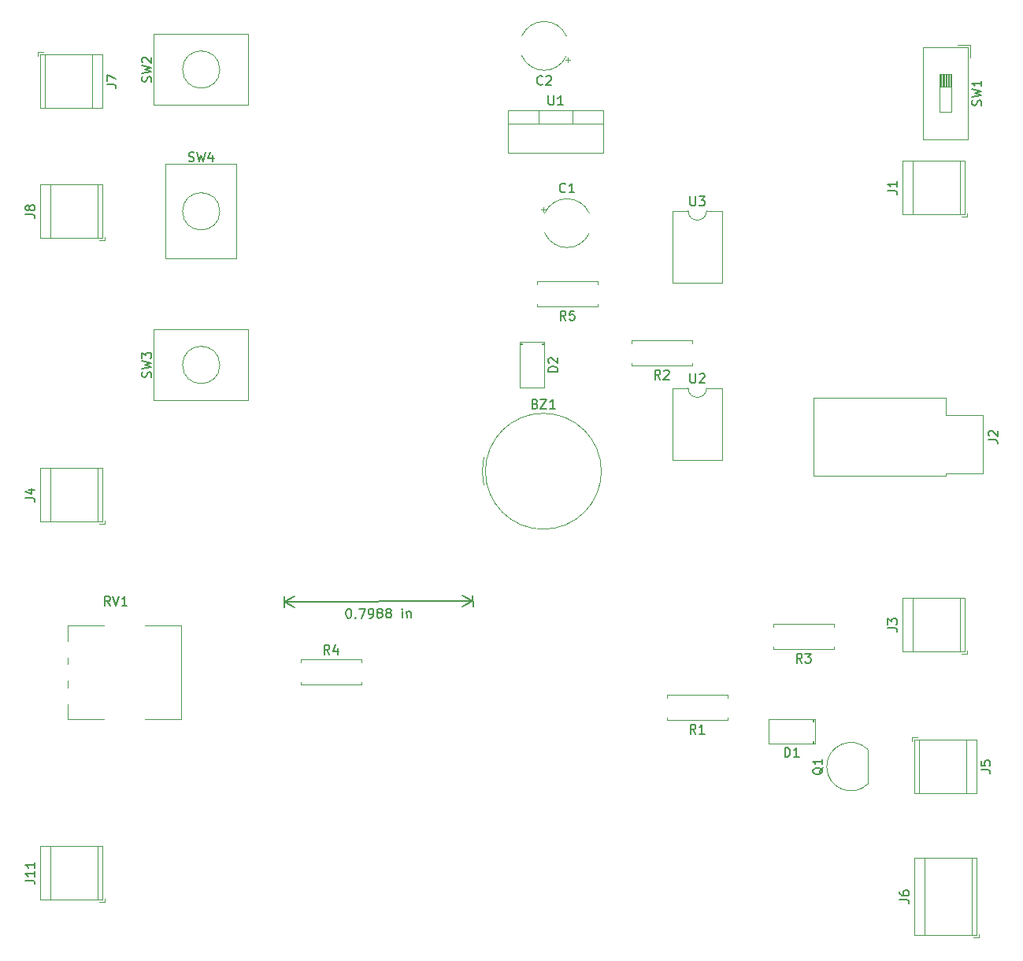
<source format=gbr>
G04 #@! TF.GenerationSoftware,KiCad,Pcbnew,(5.1.4)-1*
G04 #@! TF.CreationDate,2019-12-24T21:54:54-05:00*
G04 #@! TF.ProjectId,CameraTrigger,43616d65-7261-4547-9269-676765722e6b,rev?*
G04 #@! TF.SameCoordinates,Original*
G04 #@! TF.FileFunction,Legend,Top*
G04 #@! TF.FilePolarity,Positive*
%FSLAX46Y46*%
G04 Gerber Fmt 4.6, Leading zero omitted, Abs format (unit mm)*
G04 Created by KiCad (PCBNEW (5.1.4)-1) date 2019-12-24 21:54:54*
%MOMM*%
%LPD*%
G04 APERTURE LIST*
%ADD10C,0.150000*%
%ADD11C,0.120000*%
G04 APERTURE END LIST*
D10*
X66611068Y-146865162D02*
X66706305Y-146864669D01*
X66801788Y-146911795D01*
X66849653Y-146959167D01*
X66897765Y-147054157D01*
X66946369Y-147244384D01*
X66947601Y-147482476D01*
X66900968Y-147673196D01*
X66853843Y-147768680D01*
X66806471Y-147816545D01*
X66711480Y-147864656D01*
X66616244Y-147865149D01*
X66520760Y-147818023D01*
X66472896Y-147770651D01*
X66424784Y-147675661D01*
X66376180Y-147485434D01*
X66374948Y-147247342D01*
X66421580Y-147056622D01*
X66468706Y-146961138D01*
X66516078Y-146913273D01*
X66611068Y-146865162D01*
X67377645Y-147765969D02*
X67425510Y-147813341D01*
X67378138Y-147861206D01*
X67330273Y-147813834D01*
X67377645Y-147765969D01*
X67378138Y-147861206D01*
X67753910Y-146859247D02*
X68420568Y-146855797D01*
X67997178Y-147858002D01*
X68854309Y-147853566D02*
X69044783Y-147852580D01*
X69139773Y-147804469D01*
X69187145Y-147756604D01*
X69281642Y-147613256D01*
X69328275Y-147422536D01*
X69326303Y-147041589D01*
X69278192Y-146946598D01*
X69230327Y-146899226D01*
X69134844Y-146852101D01*
X68944370Y-146853086D01*
X68849380Y-146901198D01*
X68802008Y-146949063D01*
X68754883Y-147044546D01*
X68756115Y-147282638D01*
X68804226Y-147377628D01*
X68852091Y-147425000D01*
X68947574Y-147472126D01*
X69138048Y-147471140D01*
X69233038Y-147423029D01*
X69280410Y-147375164D01*
X69327536Y-147279681D01*
X69898957Y-147276723D02*
X69803473Y-147229598D01*
X69755608Y-147182226D01*
X69707497Y-147087235D01*
X69707251Y-147039617D01*
X69754376Y-146944134D01*
X69801748Y-146896269D01*
X69896739Y-146848158D01*
X70087212Y-146847172D01*
X70182696Y-146894297D01*
X70230560Y-146941669D01*
X70278672Y-147036660D01*
X70278918Y-147084278D01*
X70231793Y-147179761D01*
X70184421Y-147227626D01*
X70089430Y-147275737D01*
X69898957Y-147276723D01*
X69803966Y-147324835D01*
X69756594Y-147372699D01*
X69709469Y-147468183D01*
X69710454Y-147658656D01*
X69758566Y-147753647D01*
X69806431Y-147801019D01*
X69901914Y-147848144D01*
X70092388Y-147847158D01*
X70187378Y-147799047D01*
X70234750Y-147751182D01*
X70281875Y-147655699D01*
X70280890Y-147465225D01*
X70232778Y-147370235D01*
X70184914Y-147322863D01*
X70089430Y-147275737D01*
X70851325Y-147271794D02*
X70755842Y-147224669D01*
X70707977Y-147177297D01*
X70659865Y-147082307D01*
X70659619Y-147034688D01*
X70706744Y-146939205D01*
X70754116Y-146891340D01*
X70849107Y-146843229D01*
X71039580Y-146842243D01*
X71135064Y-146889368D01*
X71182929Y-146936740D01*
X71231040Y-147031731D01*
X71231286Y-147079349D01*
X71184161Y-147174832D01*
X71136789Y-147222697D01*
X71041798Y-147270809D01*
X70851325Y-147271794D01*
X70756334Y-147319906D01*
X70708962Y-147367771D01*
X70661837Y-147463254D01*
X70662823Y-147653727D01*
X70710934Y-147748718D01*
X70758799Y-147796090D01*
X70854282Y-147843215D01*
X71044756Y-147842230D01*
X71139746Y-147794118D01*
X71187118Y-147746253D01*
X71234244Y-147650770D01*
X71233258Y-147460297D01*
X71185147Y-147365306D01*
X71137282Y-147317934D01*
X71041798Y-147270809D01*
X72425690Y-147835083D02*
X72422239Y-147168425D01*
X72420514Y-146835096D02*
X72373142Y-146882961D01*
X72421007Y-146930333D01*
X72468379Y-146882468D01*
X72420514Y-146835096D01*
X72421007Y-146930333D01*
X72898424Y-147165961D02*
X72901874Y-147832618D01*
X72898916Y-147261197D02*
X72946288Y-147213333D01*
X73041279Y-147165221D01*
X73184134Y-147164482D01*
X73279617Y-147211607D01*
X73327729Y-147306598D01*
X73330439Y-147830400D01*
X59724821Y-146148410D02*
X80013252Y-146043410D01*
X59721569Y-145520000D02*
X59727856Y-146734822D01*
X80010000Y-145415000D02*
X80016287Y-146629822D01*
X80013252Y-146043410D02*
X78889798Y-146635653D01*
X80013252Y-146043410D02*
X78883728Y-145462827D01*
X59724821Y-146148410D02*
X60854345Y-146728993D01*
X59724821Y-146148410D02*
X60848275Y-145556167D01*
D11*
X48680000Y-148689000D02*
X48680000Y-158730000D01*
X36440000Y-157080000D02*
X36440000Y-158730000D01*
X36440000Y-154581000D02*
X36440000Y-155340000D01*
X36440000Y-152081000D02*
X36440000Y-152840000D01*
X36440000Y-148689000D02*
X36440000Y-150339000D01*
X44744000Y-158730000D02*
X48680000Y-158730000D01*
X36440000Y-158730000D02*
X40377000Y-158730000D01*
X44744000Y-148689000D02*
X48680000Y-148689000D01*
X36440000Y-148689000D02*
X40377000Y-148689000D01*
X106790000Y-104080000D02*
X105140000Y-104080000D01*
X106790000Y-111820000D02*
X106790000Y-104080000D01*
X101490000Y-111820000D02*
X106790000Y-111820000D01*
X101490000Y-104080000D02*
X101490000Y-111820000D01*
X103140000Y-104080000D02*
X101490000Y-104080000D01*
X105140000Y-104080000D02*
G75*
G02X103140000Y-104080000I-1000000J0D01*
G01*
X106790000Y-123130000D02*
X105140000Y-123130000D01*
X106790000Y-130870000D02*
X106790000Y-123130000D01*
X101490000Y-130870000D02*
X106790000Y-130870000D01*
X101490000Y-123130000D02*
X101490000Y-130870000D01*
X103140000Y-123130000D02*
X101490000Y-123130000D01*
X105140000Y-123130000D02*
G75*
G02X103140000Y-123130000I-1000000J0D01*
G01*
X90751000Y-93250000D02*
X90751000Y-94760000D01*
X87050000Y-93250000D02*
X87050000Y-94760000D01*
X83780000Y-94760000D02*
X94020000Y-94760000D01*
X94020000Y-93250000D02*
X94020000Y-97891000D01*
X83780000Y-93250000D02*
X83780000Y-97891000D01*
X83780000Y-97891000D02*
X94020000Y-97891000D01*
X83780000Y-93250000D02*
X94020000Y-93250000D01*
X52800000Y-104140000D02*
G75*
G03X52800000Y-104140000I-2000000J0D01*
G01*
X46990000Y-109220000D02*
X54610000Y-109220000D01*
X46990000Y-99060000D02*
X46990000Y-109220000D01*
X46990000Y-99060000D02*
X54610000Y-99060000D01*
X54610000Y-109220000D02*
X54610000Y-99060000D01*
X52800000Y-120650000D02*
G75*
G03X52800000Y-120650000I-2000000J0D01*
G01*
X55880000Y-124460000D02*
X55880000Y-116840000D01*
X45720000Y-124460000D02*
X55880000Y-124460000D01*
X45720000Y-124460000D02*
X45720000Y-116840000D01*
X55880000Y-116840000D02*
X45720000Y-116840000D01*
X52800000Y-88900000D02*
G75*
G03X52800000Y-88900000I-2000000J0D01*
G01*
X55880000Y-92710000D02*
X55880000Y-85090000D01*
X45720000Y-92710000D02*
X55880000Y-92710000D01*
X45720000Y-92710000D02*
X45720000Y-85090000D01*
X55880000Y-85090000D02*
X45720000Y-85090000D01*
X131445000Y-90763333D02*
X130175000Y-90763333D01*
X130245000Y-89410000D02*
X130245000Y-90763333D01*
X130365000Y-89410000D02*
X130365000Y-90763333D01*
X130485000Y-89410000D02*
X130485000Y-90763333D01*
X130605000Y-89410000D02*
X130605000Y-90763333D01*
X130725000Y-89410000D02*
X130725000Y-90763333D01*
X130845000Y-89410000D02*
X130845000Y-90763333D01*
X130965000Y-89410000D02*
X130965000Y-90763333D01*
X131085000Y-89410000D02*
X131085000Y-90763333D01*
X131205000Y-89410000D02*
X131205000Y-90763333D01*
X131325000Y-89410000D02*
X131325000Y-90763333D01*
X131445000Y-93470000D02*
X131445000Y-89410000D01*
X130175000Y-93470000D02*
X131445000Y-93470000D01*
X130175000Y-89410000D02*
X130175000Y-93470000D01*
X131445000Y-89410000D02*
X130175000Y-89410000D01*
X133470000Y-86250000D02*
X132087000Y-86250000D01*
X133470000Y-86250000D02*
X133470000Y-87634000D01*
X133230000Y-96390000D02*
X128390000Y-96390000D01*
X133230000Y-86490000D02*
X128390000Y-86490000D01*
X128390000Y-86490000D02*
X128390000Y-96390000D01*
X133230000Y-86490000D02*
X133230000Y-96390000D01*
X86900000Y-111660000D02*
X86900000Y-111990000D01*
X93440000Y-111660000D02*
X86900000Y-111660000D01*
X93440000Y-111990000D02*
X93440000Y-111660000D01*
X86900000Y-114400000D02*
X86900000Y-114070000D01*
X93440000Y-114400000D02*
X86900000Y-114400000D01*
X93440000Y-114070000D02*
X93440000Y-114400000D01*
X68040000Y-155040000D02*
X68040000Y-154710000D01*
X61500000Y-155040000D02*
X68040000Y-155040000D01*
X61500000Y-154710000D02*
X61500000Y-155040000D01*
X68040000Y-152300000D02*
X68040000Y-152630000D01*
X61500000Y-152300000D02*
X68040000Y-152300000D01*
X61500000Y-152630000D02*
X61500000Y-152300000D01*
X112300000Y-148490000D02*
X112300000Y-148820000D01*
X118840000Y-148490000D02*
X112300000Y-148490000D01*
X118840000Y-148820000D02*
X118840000Y-148490000D01*
X112300000Y-151230000D02*
X112300000Y-150900000D01*
X118840000Y-151230000D02*
X112300000Y-151230000D01*
X118840000Y-150900000D02*
X118840000Y-151230000D01*
X97060000Y-118010000D02*
X97060000Y-118340000D01*
X103600000Y-118010000D02*
X97060000Y-118010000D01*
X103600000Y-118340000D02*
X103600000Y-118010000D01*
X97060000Y-120750000D02*
X97060000Y-120420000D01*
X103600000Y-120750000D02*
X97060000Y-120750000D01*
X103600000Y-120420000D02*
X103600000Y-120750000D01*
X100870000Y-156110000D02*
X100870000Y-156440000D01*
X107410000Y-156110000D02*
X100870000Y-156110000D01*
X107410000Y-156440000D02*
X107410000Y-156110000D01*
X100870000Y-158850000D02*
X100870000Y-158520000D01*
X107410000Y-158850000D02*
X100870000Y-158850000D01*
X107410000Y-158520000D02*
X107410000Y-158850000D01*
X122488478Y-161991522D02*
G75*
G03X118050000Y-163830000I-1838478J-1838478D01*
G01*
X122488478Y-165668478D02*
G75*
G02X118050000Y-163830000I-1838478J1838478D01*
G01*
X122500000Y-165630000D02*
X122500000Y-162030000D01*
X40440000Y-178390000D02*
X40440000Y-177990000D01*
X39800000Y-178390000D02*
X40440000Y-178390000D01*
X33460000Y-172370000D02*
X40200000Y-172370000D01*
X33460000Y-178150000D02*
X40200000Y-178150000D01*
X40200000Y-178150000D02*
X40200000Y-172370000D01*
X33460000Y-178150000D02*
X33460000Y-172370000D01*
X34580000Y-178150000D02*
X34580000Y-172370000D01*
X39680000Y-178150000D02*
X39680000Y-172370000D01*
X40440000Y-107270000D02*
X40440000Y-106870000D01*
X39800000Y-107270000D02*
X40440000Y-107270000D01*
X33460000Y-101250000D02*
X40200000Y-101250000D01*
X33460000Y-107030000D02*
X40200000Y-107030000D01*
X40200000Y-107030000D02*
X40200000Y-101250000D01*
X33460000Y-107030000D02*
X33460000Y-101250000D01*
X34580000Y-107030000D02*
X34580000Y-101250000D01*
X39680000Y-107030000D02*
X39680000Y-101250000D01*
X33220000Y-87040000D02*
X33220000Y-87440000D01*
X33860000Y-87040000D02*
X33220000Y-87040000D01*
X40200000Y-93060000D02*
X33460000Y-93060000D01*
X40200000Y-87280000D02*
X33460000Y-87280000D01*
X33460000Y-87280000D02*
X33460000Y-93060000D01*
X40200000Y-87280000D02*
X40200000Y-93060000D01*
X39080000Y-87280000D02*
X39080000Y-93060000D01*
X33980000Y-87280000D02*
X33980000Y-93060000D01*
X134420000Y-182200000D02*
X134420000Y-181800000D01*
X133780000Y-182200000D02*
X134420000Y-182200000D01*
X127440000Y-173640000D02*
X134180000Y-173640000D01*
X127440000Y-181960000D02*
X134180000Y-181960000D01*
X134180000Y-181960000D02*
X134180000Y-173640000D01*
X127440000Y-181960000D02*
X127440000Y-173640000D01*
X128560000Y-181960000D02*
X128560000Y-173640000D01*
X133660000Y-181960000D02*
X133660000Y-173640000D01*
X127200000Y-160700000D02*
X127200000Y-161100000D01*
X127840000Y-160700000D02*
X127200000Y-160700000D01*
X134180000Y-166720000D02*
X127440000Y-166720000D01*
X134180000Y-160940000D02*
X127440000Y-160940000D01*
X127440000Y-160940000D02*
X127440000Y-166720000D01*
X134180000Y-160940000D02*
X134180000Y-166720000D01*
X133060000Y-160940000D02*
X133060000Y-166720000D01*
X127960000Y-160940000D02*
X127960000Y-166720000D01*
X40440000Y-137750000D02*
X40440000Y-137350000D01*
X39800000Y-137750000D02*
X40440000Y-137750000D01*
X33460000Y-131730000D02*
X40200000Y-131730000D01*
X33460000Y-137510000D02*
X40200000Y-137510000D01*
X40200000Y-137510000D02*
X40200000Y-131730000D01*
X33460000Y-137510000D02*
X33460000Y-131730000D01*
X34580000Y-137510000D02*
X34580000Y-131730000D01*
X39680000Y-137510000D02*
X39680000Y-131730000D01*
X133150000Y-151720000D02*
X133150000Y-151320000D01*
X132510000Y-151720000D02*
X133150000Y-151720000D01*
X126170000Y-145700000D02*
X132910000Y-145700000D01*
X126170000Y-151480000D02*
X132910000Y-151480000D01*
X132910000Y-151480000D02*
X132910000Y-145700000D01*
X126170000Y-151480000D02*
X126170000Y-145700000D01*
X127290000Y-151480000D02*
X127290000Y-145700000D01*
X132390000Y-151480000D02*
X132390000Y-145700000D01*
X130860000Y-126050000D02*
X134860000Y-126050000D01*
X130860000Y-124150000D02*
X130860000Y-126050000D01*
X116620000Y-124150000D02*
X130860000Y-124150000D01*
X116620000Y-132590000D02*
X116620000Y-124150000D01*
X130860000Y-132590000D02*
X116620000Y-132590000D01*
X130860000Y-132290000D02*
X130860000Y-132590000D01*
X134860000Y-132290000D02*
X130860000Y-132290000D01*
X134860000Y-126050000D02*
X134860000Y-132290000D01*
X133150000Y-104730000D02*
X133150000Y-104330000D01*
X132510000Y-104730000D02*
X133150000Y-104730000D01*
X126170000Y-98710000D02*
X132910000Y-98710000D01*
X126170000Y-104490000D02*
X132910000Y-104490000D01*
X132910000Y-104490000D02*
X132910000Y-98710000D01*
X126170000Y-104490000D02*
X126170000Y-98710000D01*
X127290000Y-104490000D02*
X127290000Y-98710000D01*
X132390000Y-104490000D02*
X132390000Y-98710000D01*
X85280000Y-118430000D02*
X85050000Y-118430000D01*
X87670000Y-118430000D02*
X87440000Y-118430000D01*
X85280000Y-118310000D02*
X85050000Y-118310000D01*
X87670000Y-118310000D02*
X87440000Y-118310000D01*
X87670000Y-123110000D02*
X85050000Y-123110000D01*
X87670000Y-118190000D02*
X85050000Y-118190000D01*
X85050000Y-118190000D02*
X85050000Y-123110000D01*
X87670000Y-118190000D02*
X87670000Y-123110000D01*
X116520000Y-158940000D02*
X116520000Y-158710000D01*
X116520000Y-161330000D02*
X116520000Y-161100000D01*
X116640000Y-158940000D02*
X116640000Y-158710000D01*
X116640000Y-161330000D02*
X116640000Y-161100000D01*
X111840000Y-161330000D02*
X111840000Y-158710000D01*
X116760000Y-161330000D02*
X116760000Y-158710000D01*
X116760000Y-158710000D02*
X111840000Y-158710000D01*
X116760000Y-161330000D02*
X111840000Y-161330000D01*
X90224775Y-88085000D02*
X90224775Y-87585000D01*
X90474775Y-87835000D02*
X89974775Y-87835000D01*
X85274003Y-85300000D02*
G75*
G02X90065997Y-85300000I2395997J-1060000D01*
G01*
X85274003Y-87420000D02*
G75*
G03X90065997Y-87420000I2395997J1060000D01*
G01*
X87575225Y-103685000D02*
X87575225Y-104185000D01*
X87325225Y-103935000D02*
X87825225Y-103935000D01*
X92525997Y-106470000D02*
G75*
G02X87734003Y-106470000I-2395997J1060000D01*
G01*
X92525997Y-104350000D02*
G75*
G03X87734003Y-104350000I-2395997J-1060000D01*
G01*
X81190000Y-133579999D02*
G75*
G02X81190000Y-130580000I6400000J1499999D01*
G01*
X93820000Y-132080000D02*
G75*
G03X93820000Y-132080000I-6230000J0D01*
G01*
D10*
X41014761Y-146512380D02*
X40681428Y-146036190D01*
X40443333Y-146512380D02*
X40443333Y-145512380D01*
X40824285Y-145512380D01*
X40919523Y-145560000D01*
X40967142Y-145607619D01*
X41014761Y-145702857D01*
X41014761Y-145845714D01*
X40967142Y-145940952D01*
X40919523Y-145988571D01*
X40824285Y-146036190D01*
X40443333Y-146036190D01*
X41300476Y-145512380D02*
X41633809Y-146512380D01*
X41967142Y-145512380D01*
X42824285Y-146512380D02*
X42252857Y-146512380D01*
X42538571Y-146512380D02*
X42538571Y-145512380D01*
X42443333Y-145655238D01*
X42348095Y-145750476D01*
X42252857Y-145798095D01*
X103378095Y-102532380D02*
X103378095Y-103341904D01*
X103425714Y-103437142D01*
X103473333Y-103484761D01*
X103568571Y-103532380D01*
X103759047Y-103532380D01*
X103854285Y-103484761D01*
X103901904Y-103437142D01*
X103949523Y-103341904D01*
X103949523Y-102532380D01*
X104330476Y-102532380D02*
X104949523Y-102532380D01*
X104616190Y-102913333D01*
X104759047Y-102913333D01*
X104854285Y-102960952D01*
X104901904Y-103008571D01*
X104949523Y-103103809D01*
X104949523Y-103341904D01*
X104901904Y-103437142D01*
X104854285Y-103484761D01*
X104759047Y-103532380D01*
X104473333Y-103532380D01*
X104378095Y-103484761D01*
X104330476Y-103437142D01*
X103378095Y-121582380D02*
X103378095Y-122391904D01*
X103425714Y-122487142D01*
X103473333Y-122534761D01*
X103568571Y-122582380D01*
X103759047Y-122582380D01*
X103854285Y-122534761D01*
X103901904Y-122487142D01*
X103949523Y-122391904D01*
X103949523Y-121582380D01*
X104378095Y-121677619D02*
X104425714Y-121630000D01*
X104520952Y-121582380D01*
X104759047Y-121582380D01*
X104854285Y-121630000D01*
X104901904Y-121677619D01*
X104949523Y-121772857D01*
X104949523Y-121868095D01*
X104901904Y-122010952D01*
X104330476Y-122582380D01*
X104949523Y-122582380D01*
X88138095Y-91702380D02*
X88138095Y-92511904D01*
X88185714Y-92607142D01*
X88233333Y-92654761D01*
X88328571Y-92702380D01*
X88519047Y-92702380D01*
X88614285Y-92654761D01*
X88661904Y-92607142D01*
X88709523Y-92511904D01*
X88709523Y-91702380D01*
X89709523Y-92702380D02*
X89138095Y-92702380D01*
X89423809Y-92702380D02*
X89423809Y-91702380D01*
X89328571Y-91845238D01*
X89233333Y-91940476D01*
X89138095Y-91988095D01*
X49466666Y-98734761D02*
X49609523Y-98782380D01*
X49847619Y-98782380D01*
X49942857Y-98734761D01*
X49990476Y-98687142D01*
X50038095Y-98591904D01*
X50038095Y-98496666D01*
X49990476Y-98401428D01*
X49942857Y-98353809D01*
X49847619Y-98306190D01*
X49657142Y-98258571D01*
X49561904Y-98210952D01*
X49514285Y-98163333D01*
X49466666Y-98068095D01*
X49466666Y-97972857D01*
X49514285Y-97877619D01*
X49561904Y-97830000D01*
X49657142Y-97782380D01*
X49895238Y-97782380D01*
X50038095Y-97830000D01*
X50371428Y-97782380D02*
X50609523Y-98782380D01*
X50800000Y-98068095D01*
X50990476Y-98782380D01*
X51228571Y-97782380D01*
X52038095Y-98115714D02*
X52038095Y-98782380D01*
X51800000Y-97734761D02*
X51561904Y-98449047D01*
X52180952Y-98449047D01*
X45394761Y-121983333D02*
X45442380Y-121840476D01*
X45442380Y-121602380D01*
X45394761Y-121507142D01*
X45347142Y-121459523D01*
X45251904Y-121411904D01*
X45156666Y-121411904D01*
X45061428Y-121459523D01*
X45013809Y-121507142D01*
X44966190Y-121602380D01*
X44918571Y-121792857D01*
X44870952Y-121888095D01*
X44823333Y-121935714D01*
X44728095Y-121983333D01*
X44632857Y-121983333D01*
X44537619Y-121935714D01*
X44490000Y-121888095D01*
X44442380Y-121792857D01*
X44442380Y-121554761D01*
X44490000Y-121411904D01*
X44442380Y-121078571D02*
X45442380Y-120840476D01*
X44728095Y-120650000D01*
X45442380Y-120459523D01*
X44442380Y-120221428D01*
X44442380Y-119935714D02*
X44442380Y-119316666D01*
X44823333Y-119650000D01*
X44823333Y-119507142D01*
X44870952Y-119411904D01*
X44918571Y-119364285D01*
X45013809Y-119316666D01*
X45251904Y-119316666D01*
X45347142Y-119364285D01*
X45394761Y-119411904D01*
X45442380Y-119507142D01*
X45442380Y-119792857D01*
X45394761Y-119888095D01*
X45347142Y-119935714D01*
X45394761Y-90233333D02*
X45442380Y-90090476D01*
X45442380Y-89852380D01*
X45394761Y-89757142D01*
X45347142Y-89709523D01*
X45251904Y-89661904D01*
X45156666Y-89661904D01*
X45061428Y-89709523D01*
X45013809Y-89757142D01*
X44966190Y-89852380D01*
X44918571Y-90042857D01*
X44870952Y-90138095D01*
X44823333Y-90185714D01*
X44728095Y-90233333D01*
X44632857Y-90233333D01*
X44537619Y-90185714D01*
X44490000Y-90138095D01*
X44442380Y-90042857D01*
X44442380Y-89804761D01*
X44490000Y-89661904D01*
X44442380Y-89328571D02*
X45442380Y-89090476D01*
X44728095Y-88900000D01*
X45442380Y-88709523D01*
X44442380Y-88471428D01*
X44537619Y-88138095D02*
X44490000Y-88090476D01*
X44442380Y-87995238D01*
X44442380Y-87757142D01*
X44490000Y-87661904D01*
X44537619Y-87614285D01*
X44632857Y-87566666D01*
X44728095Y-87566666D01*
X44870952Y-87614285D01*
X45442380Y-88185714D01*
X45442380Y-87566666D01*
X134634761Y-92773333D02*
X134682380Y-92630476D01*
X134682380Y-92392380D01*
X134634761Y-92297142D01*
X134587142Y-92249523D01*
X134491904Y-92201904D01*
X134396666Y-92201904D01*
X134301428Y-92249523D01*
X134253809Y-92297142D01*
X134206190Y-92392380D01*
X134158571Y-92582857D01*
X134110952Y-92678095D01*
X134063333Y-92725714D01*
X133968095Y-92773333D01*
X133872857Y-92773333D01*
X133777619Y-92725714D01*
X133730000Y-92678095D01*
X133682380Y-92582857D01*
X133682380Y-92344761D01*
X133730000Y-92201904D01*
X133682380Y-91868571D02*
X134682380Y-91630476D01*
X133968095Y-91440000D01*
X134682380Y-91249523D01*
X133682380Y-91011428D01*
X134682380Y-90106666D02*
X134682380Y-90678095D01*
X134682380Y-90392380D02*
X133682380Y-90392380D01*
X133825238Y-90487619D01*
X133920476Y-90582857D01*
X133968095Y-90678095D01*
X90003333Y-115852380D02*
X89670000Y-115376190D01*
X89431904Y-115852380D02*
X89431904Y-114852380D01*
X89812857Y-114852380D01*
X89908095Y-114900000D01*
X89955714Y-114947619D01*
X90003333Y-115042857D01*
X90003333Y-115185714D01*
X89955714Y-115280952D01*
X89908095Y-115328571D01*
X89812857Y-115376190D01*
X89431904Y-115376190D01*
X90908095Y-114852380D02*
X90431904Y-114852380D01*
X90384285Y-115328571D01*
X90431904Y-115280952D01*
X90527142Y-115233333D01*
X90765238Y-115233333D01*
X90860476Y-115280952D01*
X90908095Y-115328571D01*
X90955714Y-115423809D01*
X90955714Y-115661904D01*
X90908095Y-115757142D01*
X90860476Y-115804761D01*
X90765238Y-115852380D01*
X90527142Y-115852380D01*
X90431904Y-115804761D01*
X90384285Y-115757142D01*
X64603333Y-151752380D02*
X64270000Y-151276190D01*
X64031904Y-151752380D02*
X64031904Y-150752380D01*
X64412857Y-150752380D01*
X64508095Y-150800000D01*
X64555714Y-150847619D01*
X64603333Y-150942857D01*
X64603333Y-151085714D01*
X64555714Y-151180952D01*
X64508095Y-151228571D01*
X64412857Y-151276190D01*
X64031904Y-151276190D01*
X65460476Y-151085714D02*
X65460476Y-151752380D01*
X65222380Y-150704761D02*
X64984285Y-151419047D01*
X65603333Y-151419047D01*
X115403333Y-152682380D02*
X115070000Y-152206190D01*
X114831904Y-152682380D02*
X114831904Y-151682380D01*
X115212857Y-151682380D01*
X115308095Y-151730000D01*
X115355714Y-151777619D01*
X115403333Y-151872857D01*
X115403333Y-152015714D01*
X115355714Y-152110952D01*
X115308095Y-152158571D01*
X115212857Y-152206190D01*
X114831904Y-152206190D01*
X115736666Y-151682380D02*
X116355714Y-151682380D01*
X116022380Y-152063333D01*
X116165238Y-152063333D01*
X116260476Y-152110952D01*
X116308095Y-152158571D01*
X116355714Y-152253809D01*
X116355714Y-152491904D01*
X116308095Y-152587142D01*
X116260476Y-152634761D01*
X116165238Y-152682380D01*
X115879523Y-152682380D01*
X115784285Y-152634761D01*
X115736666Y-152587142D01*
X100163333Y-122202380D02*
X99830000Y-121726190D01*
X99591904Y-122202380D02*
X99591904Y-121202380D01*
X99972857Y-121202380D01*
X100068095Y-121250000D01*
X100115714Y-121297619D01*
X100163333Y-121392857D01*
X100163333Y-121535714D01*
X100115714Y-121630952D01*
X100068095Y-121678571D01*
X99972857Y-121726190D01*
X99591904Y-121726190D01*
X100544285Y-121297619D02*
X100591904Y-121250000D01*
X100687142Y-121202380D01*
X100925238Y-121202380D01*
X101020476Y-121250000D01*
X101068095Y-121297619D01*
X101115714Y-121392857D01*
X101115714Y-121488095D01*
X101068095Y-121630952D01*
X100496666Y-122202380D01*
X101115714Y-122202380D01*
X103973333Y-160302380D02*
X103640000Y-159826190D01*
X103401904Y-160302380D02*
X103401904Y-159302380D01*
X103782857Y-159302380D01*
X103878095Y-159350000D01*
X103925714Y-159397619D01*
X103973333Y-159492857D01*
X103973333Y-159635714D01*
X103925714Y-159730952D01*
X103878095Y-159778571D01*
X103782857Y-159826190D01*
X103401904Y-159826190D01*
X104925714Y-160302380D02*
X104354285Y-160302380D01*
X104640000Y-160302380D02*
X104640000Y-159302380D01*
X104544761Y-159445238D01*
X104449523Y-159540476D01*
X104354285Y-159588095D01*
X117637619Y-163925238D02*
X117590000Y-164020476D01*
X117494761Y-164115714D01*
X117351904Y-164258571D01*
X117304285Y-164353809D01*
X117304285Y-164449047D01*
X117542380Y-164401428D02*
X117494761Y-164496666D01*
X117399523Y-164591904D01*
X117209047Y-164639523D01*
X116875714Y-164639523D01*
X116685238Y-164591904D01*
X116590000Y-164496666D01*
X116542380Y-164401428D01*
X116542380Y-164210952D01*
X116590000Y-164115714D01*
X116685238Y-164020476D01*
X116875714Y-163972857D01*
X117209047Y-163972857D01*
X117399523Y-164020476D01*
X117494761Y-164115714D01*
X117542380Y-164210952D01*
X117542380Y-164401428D01*
X117542380Y-163020476D02*
X117542380Y-163591904D01*
X117542380Y-163306190D02*
X116542380Y-163306190D01*
X116685238Y-163401428D01*
X116780476Y-163496666D01*
X116828095Y-163591904D01*
X31912380Y-176069523D02*
X32626666Y-176069523D01*
X32769523Y-176117142D01*
X32864761Y-176212380D01*
X32912380Y-176355238D01*
X32912380Y-176450476D01*
X32912380Y-175069523D02*
X32912380Y-175640952D01*
X32912380Y-175355238D02*
X31912380Y-175355238D01*
X32055238Y-175450476D01*
X32150476Y-175545714D01*
X32198095Y-175640952D01*
X32912380Y-174117142D02*
X32912380Y-174688571D01*
X32912380Y-174402857D02*
X31912380Y-174402857D01*
X32055238Y-174498095D01*
X32150476Y-174593333D01*
X32198095Y-174688571D01*
X31912380Y-104473333D02*
X32626666Y-104473333D01*
X32769523Y-104520952D01*
X32864761Y-104616190D01*
X32912380Y-104759047D01*
X32912380Y-104854285D01*
X32340952Y-103854285D02*
X32293333Y-103949523D01*
X32245714Y-103997142D01*
X32150476Y-104044761D01*
X32102857Y-104044761D01*
X32007619Y-103997142D01*
X31960000Y-103949523D01*
X31912380Y-103854285D01*
X31912380Y-103663809D01*
X31960000Y-103568571D01*
X32007619Y-103520952D01*
X32102857Y-103473333D01*
X32150476Y-103473333D01*
X32245714Y-103520952D01*
X32293333Y-103568571D01*
X32340952Y-103663809D01*
X32340952Y-103854285D01*
X32388571Y-103949523D01*
X32436190Y-103997142D01*
X32531428Y-104044761D01*
X32721904Y-104044761D01*
X32817142Y-103997142D01*
X32864761Y-103949523D01*
X32912380Y-103854285D01*
X32912380Y-103663809D01*
X32864761Y-103568571D01*
X32817142Y-103520952D01*
X32721904Y-103473333D01*
X32531428Y-103473333D01*
X32436190Y-103520952D01*
X32388571Y-103568571D01*
X32340952Y-103663809D01*
X40652380Y-90503333D02*
X41366666Y-90503333D01*
X41509523Y-90550952D01*
X41604761Y-90646190D01*
X41652380Y-90789047D01*
X41652380Y-90884285D01*
X40652380Y-90122380D02*
X40652380Y-89455714D01*
X41652380Y-89884285D01*
X125892380Y-178133333D02*
X126606666Y-178133333D01*
X126749523Y-178180952D01*
X126844761Y-178276190D01*
X126892380Y-178419047D01*
X126892380Y-178514285D01*
X125892380Y-177228571D02*
X125892380Y-177419047D01*
X125940000Y-177514285D01*
X125987619Y-177561904D01*
X126130476Y-177657142D01*
X126320952Y-177704761D01*
X126701904Y-177704761D01*
X126797142Y-177657142D01*
X126844761Y-177609523D01*
X126892380Y-177514285D01*
X126892380Y-177323809D01*
X126844761Y-177228571D01*
X126797142Y-177180952D01*
X126701904Y-177133333D01*
X126463809Y-177133333D01*
X126368571Y-177180952D01*
X126320952Y-177228571D01*
X126273333Y-177323809D01*
X126273333Y-177514285D01*
X126320952Y-177609523D01*
X126368571Y-177657142D01*
X126463809Y-177704761D01*
X134632380Y-164163333D02*
X135346666Y-164163333D01*
X135489523Y-164210952D01*
X135584761Y-164306190D01*
X135632380Y-164449047D01*
X135632380Y-164544285D01*
X134632380Y-163210952D02*
X134632380Y-163687142D01*
X135108571Y-163734761D01*
X135060952Y-163687142D01*
X135013333Y-163591904D01*
X135013333Y-163353809D01*
X135060952Y-163258571D01*
X135108571Y-163210952D01*
X135203809Y-163163333D01*
X135441904Y-163163333D01*
X135537142Y-163210952D01*
X135584761Y-163258571D01*
X135632380Y-163353809D01*
X135632380Y-163591904D01*
X135584761Y-163687142D01*
X135537142Y-163734761D01*
X31912380Y-134953333D02*
X32626666Y-134953333D01*
X32769523Y-135000952D01*
X32864761Y-135096190D01*
X32912380Y-135239047D01*
X32912380Y-135334285D01*
X32245714Y-134048571D02*
X32912380Y-134048571D01*
X31864761Y-134286666D02*
X32579047Y-134524761D01*
X32579047Y-133905714D01*
X124622380Y-148923333D02*
X125336666Y-148923333D01*
X125479523Y-148970952D01*
X125574761Y-149066190D01*
X125622380Y-149209047D01*
X125622380Y-149304285D01*
X124622380Y-148542380D02*
X124622380Y-147923333D01*
X125003333Y-148256666D01*
X125003333Y-148113809D01*
X125050952Y-148018571D01*
X125098571Y-147970952D01*
X125193809Y-147923333D01*
X125431904Y-147923333D01*
X125527142Y-147970952D01*
X125574761Y-148018571D01*
X125622380Y-148113809D01*
X125622380Y-148399523D01*
X125574761Y-148494761D01*
X125527142Y-148542380D01*
X135442380Y-128703333D02*
X136156666Y-128703333D01*
X136299523Y-128750952D01*
X136394761Y-128846190D01*
X136442380Y-128989047D01*
X136442380Y-129084285D01*
X135537619Y-128274761D02*
X135490000Y-128227142D01*
X135442380Y-128131904D01*
X135442380Y-127893809D01*
X135490000Y-127798571D01*
X135537619Y-127750952D01*
X135632857Y-127703333D01*
X135728095Y-127703333D01*
X135870952Y-127750952D01*
X136442380Y-128322380D01*
X136442380Y-127703333D01*
X124622380Y-101933333D02*
X125336666Y-101933333D01*
X125479523Y-101980952D01*
X125574761Y-102076190D01*
X125622380Y-102219047D01*
X125622380Y-102314285D01*
X125622380Y-100933333D02*
X125622380Y-101504761D01*
X125622380Y-101219047D02*
X124622380Y-101219047D01*
X124765238Y-101314285D01*
X124860476Y-101409523D01*
X124908095Y-101504761D01*
X89122380Y-121388095D02*
X88122380Y-121388095D01*
X88122380Y-121150000D01*
X88170000Y-121007142D01*
X88265238Y-120911904D01*
X88360476Y-120864285D01*
X88550952Y-120816666D01*
X88693809Y-120816666D01*
X88884285Y-120864285D01*
X88979523Y-120911904D01*
X89074761Y-121007142D01*
X89122380Y-121150000D01*
X89122380Y-121388095D01*
X88217619Y-120435714D02*
X88170000Y-120388095D01*
X88122380Y-120292857D01*
X88122380Y-120054761D01*
X88170000Y-119959523D01*
X88217619Y-119911904D01*
X88312857Y-119864285D01*
X88408095Y-119864285D01*
X88550952Y-119911904D01*
X89122380Y-120483333D01*
X89122380Y-119864285D01*
X113561904Y-162782380D02*
X113561904Y-161782380D01*
X113800000Y-161782380D01*
X113942857Y-161830000D01*
X114038095Y-161925238D01*
X114085714Y-162020476D01*
X114133333Y-162210952D01*
X114133333Y-162353809D01*
X114085714Y-162544285D01*
X114038095Y-162639523D01*
X113942857Y-162734761D01*
X113800000Y-162782380D01*
X113561904Y-162782380D01*
X115085714Y-162782380D02*
X114514285Y-162782380D01*
X114800000Y-162782380D02*
X114800000Y-161782380D01*
X114704761Y-161925238D01*
X114609523Y-162020476D01*
X114514285Y-162068095D01*
X87503333Y-90467142D02*
X87455714Y-90514761D01*
X87312857Y-90562380D01*
X87217619Y-90562380D01*
X87074761Y-90514761D01*
X86979523Y-90419523D01*
X86931904Y-90324285D01*
X86884285Y-90133809D01*
X86884285Y-89990952D01*
X86931904Y-89800476D01*
X86979523Y-89705238D01*
X87074761Y-89610000D01*
X87217619Y-89562380D01*
X87312857Y-89562380D01*
X87455714Y-89610000D01*
X87503333Y-89657619D01*
X87884285Y-89657619D02*
X87931904Y-89610000D01*
X88027142Y-89562380D01*
X88265238Y-89562380D01*
X88360476Y-89610000D01*
X88408095Y-89657619D01*
X88455714Y-89752857D01*
X88455714Y-89848095D01*
X88408095Y-89990952D01*
X87836666Y-90562380D01*
X88455714Y-90562380D01*
X89963333Y-102017142D02*
X89915714Y-102064761D01*
X89772857Y-102112380D01*
X89677619Y-102112380D01*
X89534761Y-102064761D01*
X89439523Y-101969523D01*
X89391904Y-101874285D01*
X89344285Y-101683809D01*
X89344285Y-101540952D01*
X89391904Y-101350476D01*
X89439523Y-101255238D01*
X89534761Y-101160000D01*
X89677619Y-101112380D01*
X89772857Y-101112380D01*
X89915714Y-101160000D01*
X89963333Y-101207619D01*
X90915714Y-102112380D02*
X90344285Y-102112380D01*
X90630000Y-102112380D02*
X90630000Y-101112380D01*
X90534761Y-101255238D01*
X90439523Y-101350476D01*
X90344285Y-101398095D01*
X86709047Y-124838571D02*
X86851904Y-124886190D01*
X86899523Y-124933809D01*
X86947142Y-125029047D01*
X86947142Y-125171904D01*
X86899523Y-125267142D01*
X86851904Y-125314761D01*
X86756666Y-125362380D01*
X86375714Y-125362380D01*
X86375714Y-124362380D01*
X86709047Y-124362380D01*
X86804285Y-124410000D01*
X86851904Y-124457619D01*
X86899523Y-124552857D01*
X86899523Y-124648095D01*
X86851904Y-124743333D01*
X86804285Y-124790952D01*
X86709047Y-124838571D01*
X86375714Y-124838571D01*
X87280476Y-124362380D02*
X87947142Y-124362380D01*
X87280476Y-125362380D01*
X87947142Y-125362380D01*
X88851904Y-125362380D02*
X88280476Y-125362380D01*
X88566190Y-125362380D02*
X88566190Y-124362380D01*
X88470952Y-124505238D01*
X88375714Y-124600476D01*
X88280476Y-124648095D01*
M02*

</source>
